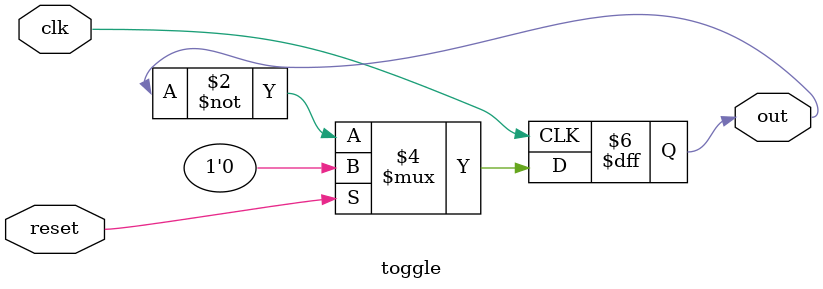
<source format=sv>
`timescale 1ns / 1ps
/***************************************************************************
* 
* Module: toggle
*
* Author: Jacob Brown
*
* Date: <Date file was created>
*
* Description: oscillates between 0 and 1
*
*
****************************************************************************/

`default_nettype none

module toggle(
    input wire logic clk, reset,
    output logic out
    );
    
    always_ff @(posedge clk)
        if (reset)
            out <= 0;
        else
            out <= ~out;
endmodule

</source>
